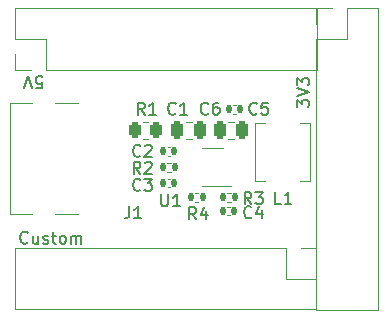
<source format=gbr>
%TF.GenerationSoftware,KiCad,Pcbnew,7.0.6*%
%TF.CreationDate,2023-09-22T01:58:40+08:00*%
%TF.ProjectId,power_ex_board,706f7765-725f-4657-985f-626f6172642e,rev?*%
%TF.SameCoordinates,Original*%
%TF.FileFunction,Legend,Top*%
%TF.FilePolarity,Positive*%
%FSLAX46Y46*%
G04 Gerber Fmt 4.6, Leading zero omitted, Abs format (unit mm)*
G04 Created by KiCad (PCBNEW 7.0.6) date 2023-09-22 01:58:40*
%MOMM*%
%LPD*%
G01*
G04 APERTURE LIST*
G04 Aperture macros list*
%AMRoundRect*
0 Rectangle with rounded corners*
0 $1 Rounding radius*
0 $2 $3 $4 $5 $6 $7 $8 $9 X,Y pos of 4 corners*
0 Add a 4 corners polygon primitive as box body*
4,1,4,$2,$3,$4,$5,$6,$7,$8,$9,$2,$3,0*
0 Add four circle primitives for the rounded corners*
1,1,$1+$1,$2,$3*
1,1,$1+$1,$4,$5*
1,1,$1+$1,$6,$7*
1,1,$1+$1,$8,$9*
0 Add four rect primitives between the rounded corners*
20,1,$1+$1,$2,$3,$4,$5,0*
20,1,$1+$1,$4,$5,$6,$7,0*
20,1,$1+$1,$6,$7,$8,$9,0*
20,1,$1+$1,$8,$9,$2,$3,0*%
G04 Aperture macros list end*
%ADD10C,0.152400*%
%ADD11C,0.120000*%
%ADD12R,1.700000X1.700000*%
%ADD13O,1.700000X1.700000*%
%ADD14RoundRect,0.250000X0.250000X0.475000X-0.250000X0.475000X-0.250000X-0.475000X0.250000X-0.475000X0*%
%ADD15RoundRect,0.135000X0.135000X0.185000X-0.135000X0.185000X-0.135000X-0.185000X0.135000X-0.185000X0*%
%ADD16RoundRect,0.250000X-0.262500X-0.450000X0.262500X-0.450000X0.262500X0.450000X-0.262500X0.450000X0*%
%ADD17RoundRect,0.135000X-0.135000X-0.185000X0.135000X-0.185000X0.135000X0.185000X-0.135000X0.185000X0*%
%ADD18RoundRect,0.140000X0.140000X0.170000X-0.140000X0.170000X-0.140000X-0.170000X0.140000X-0.170000X0*%
%ADD19RoundRect,0.250000X-0.250000X-0.475000X0.250000X-0.475000X0.250000X0.475000X-0.250000X0.475000X0*%
%ADD20C,0.650000*%
%ADD21R,1.450000X0.600000*%
%ADD22R,1.450000X0.300000*%
%ADD23O,2.100000X1.000000*%
%ADD24O,1.600000X1.000000*%
%ADD25RoundRect,0.140000X-0.140000X-0.170000X0.140000X-0.170000X0.140000X0.170000X-0.140000X0.170000X0*%
%ADD26R,2.500000X1.500000*%
%ADD27R,1.560000X0.650000*%
G04 APERTURE END LIST*
D10*
X116159095Y-104585104D02*
X116159095Y-103956151D01*
X116159095Y-103956151D02*
X116546143Y-104294818D01*
X116546143Y-104294818D02*
X116546143Y-104149675D01*
X116546143Y-104149675D02*
X116594524Y-104052913D01*
X116594524Y-104052913D02*
X116642905Y-104004532D01*
X116642905Y-104004532D02*
X116739667Y-103956151D01*
X116739667Y-103956151D02*
X116981572Y-103956151D01*
X116981572Y-103956151D02*
X117078334Y-104004532D01*
X117078334Y-104004532D02*
X117126715Y-104052913D01*
X117126715Y-104052913D02*
X117175095Y-104149675D01*
X117175095Y-104149675D02*
X117175095Y-104439961D01*
X117175095Y-104439961D02*
X117126715Y-104536723D01*
X117126715Y-104536723D02*
X117078334Y-104585104D01*
X116159095Y-103665866D02*
X117175095Y-103327199D01*
X117175095Y-103327199D02*
X116159095Y-102988532D01*
X116159095Y-102746628D02*
X116159095Y-102117675D01*
X116159095Y-102117675D02*
X116546143Y-102456342D01*
X116546143Y-102456342D02*
X116546143Y-102311199D01*
X116546143Y-102311199D02*
X116594524Y-102214437D01*
X116594524Y-102214437D02*
X116642905Y-102166056D01*
X116642905Y-102166056D02*
X116739667Y-102117675D01*
X116739667Y-102117675D02*
X116981572Y-102117675D01*
X116981572Y-102117675D02*
X117078334Y-102166056D01*
X117078334Y-102166056D02*
X117126715Y-102214437D01*
X117126715Y-102214437D02*
X117175095Y-102311199D01*
X117175095Y-102311199D02*
X117175095Y-102601485D01*
X117175095Y-102601485D02*
X117126715Y-102698247D01*
X117126715Y-102698247D02*
X117078334Y-102746628D01*
X108644267Y-105114934D02*
X108595886Y-105163315D01*
X108595886Y-105163315D02*
X108450743Y-105211695D01*
X108450743Y-105211695D02*
X108353981Y-105211695D01*
X108353981Y-105211695D02*
X108208838Y-105163315D01*
X108208838Y-105163315D02*
X108112076Y-105066553D01*
X108112076Y-105066553D02*
X108063695Y-104969791D01*
X108063695Y-104969791D02*
X108015314Y-104776267D01*
X108015314Y-104776267D02*
X108015314Y-104631124D01*
X108015314Y-104631124D02*
X108063695Y-104437600D01*
X108063695Y-104437600D02*
X108112076Y-104340838D01*
X108112076Y-104340838D02*
X108208838Y-104244076D01*
X108208838Y-104244076D02*
X108353981Y-104195695D01*
X108353981Y-104195695D02*
X108450743Y-104195695D01*
X108450743Y-104195695D02*
X108595886Y-104244076D01*
X108595886Y-104244076D02*
X108644267Y-104292457D01*
X109515124Y-104195695D02*
X109321600Y-104195695D01*
X109321600Y-104195695D02*
X109224838Y-104244076D01*
X109224838Y-104244076D02*
X109176457Y-104292457D01*
X109176457Y-104292457D02*
X109079695Y-104437600D01*
X109079695Y-104437600D02*
X109031314Y-104631124D01*
X109031314Y-104631124D02*
X109031314Y-105018172D01*
X109031314Y-105018172D02*
X109079695Y-105114934D01*
X109079695Y-105114934D02*
X109128076Y-105163315D01*
X109128076Y-105163315D02*
X109224838Y-105211695D01*
X109224838Y-105211695D02*
X109418362Y-105211695D01*
X109418362Y-105211695D02*
X109515124Y-105163315D01*
X109515124Y-105163315D02*
X109563505Y-105114934D01*
X109563505Y-105114934D02*
X109611886Y-105018172D01*
X109611886Y-105018172D02*
X109611886Y-104776267D01*
X109611886Y-104776267D02*
X109563505Y-104679505D01*
X109563505Y-104679505D02*
X109515124Y-104631124D01*
X109515124Y-104631124D02*
X109418362Y-104582743D01*
X109418362Y-104582743D02*
X109224838Y-104582743D01*
X109224838Y-104582743D02*
X109128076Y-104631124D01*
X109128076Y-104631124D02*
X109079695Y-104679505D01*
X109079695Y-104679505D02*
X109031314Y-104776267D01*
X107628267Y-114076295D02*
X107289600Y-113592486D01*
X107047695Y-114076295D02*
X107047695Y-113060295D01*
X107047695Y-113060295D02*
X107434743Y-113060295D01*
X107434743Y-113060295D02*
X107531505Y-113108676D01*
X107531505Y-113108676D02*
X107579886Y-113157057D01*
X107579886Y-113157057D02*
X107628267Y-113253819D01*
X107628267Y-113253819D02*
X107628267Y-113398962D01*
X107628267Y-113398962D02*
X107579886Y-113495724D01*
X107579886Y-113495724D02*
X107531505Y-113544105D01*
X107531505Y-113544105D02*
X107434743Y-113592486D01*
X107434743Y-113592486D02*
X107047695Y-113592486D01*
X108499124Y-113398962D02*
X108499124Y-114076295D01*
X108257219Y-113011915D02*
X108015314Y-113737629D01*
X108015314Y-113737629D02*
X108644267Y-113737629D01*
X103259467Y-105211695D02*
X102920800Y-104727886D01*
X102678895Y-105211695D02*
X102678895Y-104195695D01*
X102678895Y-104195695D02*
X103065943Y-104195695D01*
X103065943Y-104195695D02*
X103162705Y-104244076D01*
X103162705Y-104244076D02*
X103211086Y-104292457D01*
X103211086Y-104292457D02*
X103259467Y-104389219D01*
X103259467Y-104389219D02*
X103259467Y-104534362D01*
X103259467Y-104534362D02*
X103211086Y-104631124D01*
X103211086Y-104631124D02*
X103162705Y-104679505D01*
X103162705Y-104679505D02*
X103065943Y-104727886D01*
X103065943Y-104727886D02*
X102678895Y-104727886D01*
X104227086Y-105211695D02*
X103646514Y-105211695D01*
X103936800Y-105211695D02*
X103936800Y-104195695D01*
X103936800Y-104195695D02*
X103840038Y-104340838D01*
X103840038Y-104340838D02*
X103743276Y-104437600D01*
X103743276Y-104437600D02*
X103646514Y-104485981D01*
X102903867Y-110228195D02*
X102565200Y-109744386D01*
X102323295Y-110228195D02*
X102323295Y-109212195D01*
X102323295Y-109212195D02*
X102710343Y-109212195D01*
X102710343Y-109212195D02*
X102807105Y-109260576D01*
X102807105Y-109260576D02*
X102855486Y-109308957D01*
X102855486Y-109308957D02*
X102903867Y-109405719D01*
X102903867Y-109405719D02*
X102903867Y-109550862D01*
X102903867Y-109550862D02*
X102855486Y-109647624D01*
X102855486Y-109647624D02*
X102807105Y-109696005D01*
X102807105Y-109696005D02*
X102710343Y-109744386D01*
X102710343Y-109744386D02*
X102323295Y-109744386D01*
X103290914Y-109308957D02*
X103339295Y-109260576D01*
X103339295Y-109260576D02*
X103436057Y-109212195D01*
X103436057Y-109212195D02*
X103677962Y-109212195D01*
X103677962Y-109212195D02*
X103774724Y-109260576D01*
X103774724Y-109260576D02*
X103823105Y-109308957D01*
X103823105Y-109308957D02*
X103871486Y-109405719D01*
X103871486Y-109405719D02*
X103871486Y-109502481D01*
X103871486Y-109502481D02*
X103823105Y-109647624D01*
X103823105Y-109647624D02*
X103242533Y-110228195D01*
X103242533Y-110228195D02*
X103871486Y-110228195D01*
X112759067Y-105114934D02*
X112710686Y-105163315D01*
X112710686Y-105163315D02*
X112565543Y-105211695D01*
X112565543Y-105211695D02*
X112468781Y-105211695D01*
X112468781Y-105211695D02*
X112323638Y-105163315D01*
X112323638Y-105163315D02*
X112226876Y-105066553D01*
X112226876Y-105066553D02*
X112178495Y-104969791D01*
X112178495Y-104969791D02*
X112130114Y-104776267D01*
X112130114Y-104776267D02*
X112130114Y-104631124D01*
X112130114Y-104631124D02*
X112178495Y-104437600D01*
X112178495Y-104437600D02*
X112226876Y-104340838D01*
X112226876Y-104340838D02*
X112323638Y-104244076D01*
X112323638Y-104244076D02*
X112468781Y-104195695D01*
X112468781Y-104195695D02*
X112565543Y-104195695D01*
X112565543Y-104195695D02*
X112710686Y-104244076D01*
X112710686Y-104244076D02*
X112759067Y-104292457D01*
X113678305Y-104195695D02*
X113194495Y-104195695D01*
X113194495Y-104195695D02*
X113146114Y-104679505D01*
X113146114Y-104679505D02*
X113194495Y-104631124D01*
X113194495Y-104631124D02*
X113291257Y-104582743D01*
X113291257Y-104582743D02*
X113533162Y-104582743D01*
X113533162Y-104582743D02*
X113629924Y-104631124D01*
X113629924Y-104631124D02*
X113678305Y-104679505D01*
X113678305Y-104679505D02*
X113726686Y-104776267D01*
X113726686Y-104776267D02*
X113726686Y-105018172D01*
X113726686Y-105018172D02*
X113678305Y-105114934D01*
X113678305Y-105114934D02*
X113629924Y-105163315D01*
X113629924Y-105163315D02*
X113533162Y-105211695D01*
X113533162Y-105211695D02*
X113291257Y-105211695D01*
X113291257Y-105211695D02*
X113194495Y-105163315D01*
X113194495Y-105163315D02*
X113146114Y-105114934D01*
X93367981Y-116036934D02*
X93319600Y-116085315D01*
X93319600Y-116085315D02*
X93174457Y-116133695D01*
X93174457Y-116133695D02*
X93077695Y-116133695D01*
X93077695Y-116133695D02*
X92932552Y-116085315D01*
X92932552Y-116085315D02*
X92835790Y-115988553D01*
X92835790Y-115988553D02*
X92787409Y-115891791D01*
X92787409Y-115891791D02*
X92739028Y-115698267D01*
X92739028Y-115698267D02*
X92739028Y-115553124D01*
X92739028Y-115553124D02*
X92787409Y-115359600D01*
X92787409Y-115359600D02*
X92835790Y-115262838D01*
X92835790Y-115262838D02*
X92932552Y-115166076D01*
X92932552Y-115166076D02*
X93077695Y-115117695D01*
X93077695Y-115117695D02*
X93174457Y-115117695D01*
X93174457Y-115117695D02*
X93319600Y-115166076D01*
X93319600Y-115166076D02*
X93367981Y-115214457D01*
X94238838Y-115456362D02*
X94238838Y-116133695D01*
X93803409Y-115456362D02*
X93803409Y-115988553D01*
X93803409Y-115988553D02*
X93851790Y-116085315D01*
X93851790Y-116085315D02*
X93948552Y-116133695D01*
X93948552Y-116133695D02*
X94093695Y-116133695D01*
X94093695Y-116133695D02*
X94190457Y-116085315D01*
X94190457Y-116085315D02*
X94238838Y-116036934D01*
X94674266Y-116085315D02*
X94771028Y-116133695D01*
X94771028Y-116133695D02*
X94964552Y-116133695D01*
X94964552Y-116133695D02*
X95061314Y-116085315D01*
X95061314Y-116085315D02*
X95109695Y-115988553D01*
X95109695Y-115988553D02*
X95109695Y-115940172D01*
X95109695Y-115940172D02*
X95061314Y-115843410D01*
X95061314Y-115843410D02*
X94964552Y-115795029D01*
X94964552Y-115795029D02*
X94819409Y-115795029D01*
X94819409Y-115795029D02*
X94722647Y-115746648D01*
X94722647Y-115746648D02*
X94674266Y-115649886D01*
X94674266Y-115649886D02*
X94674266Y-115601505D01*
X94674266Y-115601505D02*
X94722647Y-115504743D01*
X94722647Y-115504743D02*
X94819409Y-115456362D01*
X94819409Y-115456362D02*
X94964552Y-115456362D01*
X94964552Y-115456362D02*
X95061314Y-115504743D01*
X95399980Y-115456362D02*
X95787028Y-115456362D01*
X95545123Y-115117695D02*
X95545123Y-115988553D01*
X95545123Y-115988553D02*
X95593504Y-116085315D01*
X95593504Y-116085315D02*
X95690266Y-116133695D01*
X95690266Y-116133695D02*
X95787028Y-116133695D01*
X96270837Y-116133695D02*
X96174075Y-116085315D01*
X96174075Y-116085315D02*
X96125694Y-116036934D01*
X96125694Y-116036934D02*
X96077313Y-115940172D01*
X96077313Y-115940172D02*
X96077313Y-115649886D01*
X96077313Y-115649886D02*
X96125694Y-115553124D01*
X96125694Y-115553124D02*
X96174075Y-115504743D01*
X96174075Y-115504743D02*
X96270837Y-115456362D01*
X96270837Y-115456362D02*
X96415980Y-115456362D01*
X96415980Y-115456362D02*
X96512742Y-115504743D01*
X96512742Y-115504743D02*
X96561123Y-115553124D01*
X96561123Y-115553124D02*
X96609504Y-115649886D01*
X96609504Y-115649886D02*
X96609504Y-115940172D01*
X96609504Y-115940172D02*
X96561123Y-116036934D01*
X96561123Y-116036934D02*
X96512742Y-116085315D01*
X96512742Y-116085315D02*
X96415980Y-116133695D01*
X96415980Y-116133695D02*
X96270837Y-116133695D01*
X97044932Y-116133695D02*
X97044932Y-115456362D01*
X97044932Y-115553124D02*
X97093313Y-115504743D01*
X97093313Y-115504743D02*
X97190075Y-115456362D01*
X97190075Y-115456362D02*
X97335218Y-115456362D01*
X97335218Y-115456362D02*
X97431980Y-115504743D01*
X97431980Y-115504743D02*
X97480361Y-115601505D01*
X97480361Y-115601505D02*
X97480361Y-116133695D01*
X97480361Y-115601505D02*
X97528742Y-115504743D01*
X97528742Y-115504743D02*
X97625504Y-115456362D01*
X97625504Y-115456362D02*
X97770647Y-115456362D01*
X97770647Y-115456362D02*
X97867408Y-115504743D01*
X97867408Y-115504743D02*
X97915789Y-115601505D01*
X97915789Y-115601505D02*
X97915789Y-116133695D01*
X112301867Y-113877934D02*
X112253486Y-113926315D01*
X112253486Y-113926315D02*
X112108343Y-113974695D01*
X112108343Y-113974695D02*
X112011581Y-113974695D01*
X112011581Y-113974695D02*
X111866438Y-113926315D01*
X111866438Y-113926315D02*
X111769676Y-113829553D01*
X111769676Y-113829553D02*
X111721295Y-113732791D01*
X111721295Y-113732791D02*
X111672914Y-113539267D01*
X111672914Y-113539267D02*
X111672914Y-113394124D01*
X111672914Y-113394124D02*
X111721295Y-113200600D01*
X111721295Y-113200600D02*
X111769676Y-113103838D01*
X111769676Y-113103838D02*
X111866438Y-113007076D01*
X111866438Y-113007076D02*
X112011581Y-112958695D01*
X112011581Y-112958695D02*
X112108343Y-112958695D01*
X112108343Y-112958695D02*
X112253486Y-113007076D01*
X112253486Y-113007076D02*
X112301867Y-113055457D01*
X113172724Y-113297362D02*
X113172724Y-113974695D01*
X112930819Y-112910315D02*
X112688914Y-113636029D01*
X112688914Y-113636029D02*
X113317867Y-113636029D01*
X102903867Y-108696334D02*
X102855486Y-108744715D01*
X102855486Y-108744715D02*
X102710343Y-108793095D01*
X102710343Y-108793095D02*
X102613581Y-108793095D01*
X102613581Y-108793095D02*
X102468438Y-108744715D01*
X102468438Y-108744715D02*
X102371676Y-108647953D01*
X102371676Y-108647953D02*
X102323295Y-108551191D01*
X102323295Y-108551191D02*
X102274914Y-108357667D01*
X102274914Y-108357667D02*
X102274914Y-108212524D01*
X102274914Y-108212524D02*
X102323295Y-108019000D01*
X102323295Y-108019000D02*
X102371676Y-107922238D01*
X102371676Y-107922238D02*
X102468438Y-107825476D01*
X102468438Y-107825476D02*
X102613581Y-107777095D01*
X102613581Y-107777095D02*
X102710343Y-107777095D01*
X102710343Y-107777095D02*
X102855486Y-107825476D01*
X102855486Y-107825476D02*
X102903867Y-107873857D01*
X103290914Y-107873857D02*
X103339295Y-107825476D01*
X103339295Y-107825476D02*
X103436057Y-107777095D01*
X103436057Y-107777095D02*
X103677962Y-107777095D01*
X103677962Y-107777095D02*
X103774724Y-107825476D01*
X103774724Y-107825476D02*
X103823105Y-107873857D01*
X103823105Y-107873857D02*
X103871486Y-107970619D01*
X103871486Y-107970619D02*
X103871486Y-108067381D01*
X103871486Y-108067381D02*
X103823105Y-108212524D01*
X103823105Y-108212524D02*
X103242533Y-108793095D01*
X103242533Y-108793095D02*
X103871486Y-108793095D01*
X94071923Y-102966704D02*
X94555733Y-102966704D01*
X94555733Y-102966704D02*
X94604114Y-102482894D01*
X94604114Y-102482894D02*
X94555733Y-102531275D01*
X94555733Y-102531275D02*
X94458971Y-102579656D01*
X94458971Y-102579656D02*
X94217066Y-102579656D01*
X94217066Y-102579656D02*
X94120304Y-102531275D01*
X94120304Y-102531275D02*
X94071923Y-102482894D01*
X94071923Y-102482894D02*
X94023542Y-102386132D01*
X94023542Y-102386132D02*
X94023542Y-102144227D01*
X94023542Y-102144227D02*
X94071923Y-102047465D01*
X94071923Y-102047465D02*
X94120304Y-101999085D01*
X94120304Y-101999085D02*
X94217066Y-101950704D01*
X94217066Y-101950704D02*
X94458971Y-101950704D01*
X94458971Y-101950704D02*
X94555733Y-101999085D01*
X94555733Y-101999085D02*
X94604114Y-102047465D01*
X93733257Y-102966704D02*
X93394590Y-101950704D01*
X93394590Y-101950704D02*
X93055923Y-102966704D01*
X112301867Y-112780895D02*
X111963200Y-112297086D01*
X111721295Y-112780895D02*
X111721295Y-111764895D01*
X111721295Y-111764895D02*
X112108343Y-111764895D01*
X112108343Y-111764895D02*
X112205105Y-111813276D01*
X112205105Y-111813276D02*
X112253486Y-111861657D01*
X112253486Y-111861657D02*
X112301867Y-111958419D01*
X112301867Y-111958419D02*
X112301867Y-112103562D01*
X112301867Y-112103562D02*
X112253486Y-112200324D01*
X112253486Y-112200324D02*
X112205105Y-112248705D01*
X112205105Y-112248705D02*
X112108343Y-112297086D01*
X112108343Y-112297086D02*
X111721295Y-112297086D01*
X112640533Y-111764895D02*
X113269486Y-111764895D01*
X113269486Y-111764895D02*
X112930819Y-112151943D01*
X112930819Y-112151943D02*
X113075962Y-112151943D01*
X113075962Y-112151943D02*
X113172724Y-112200324D01*
X113172724Y-112200324D02*
X113221105Y-112248705D01*
X113221105Y-112248705D02*
X113269486Y-112345467D01*
X113269486Y-112345467D02*
X113269486Y-112587372D01*
X113269486Y-112587372D02*
X113221105Y-112684134D01*
X113221105Y-112684134D02*
X113172724Y-112732515D01*
X113172724Y-112732515D02*
X113075962Y-112780895D01*
X113075962Y-112780895D02*
X112785676Y-112780895D01*
X112785676Y-112780895D02*
X112688914Y-112732515D01*
X112688914Y-112732515D02*
X112640533Y-112684134D01*
X105875667Y-105114934D02*
X105827286Y-105163315D01*
X105827286Y-105163315D02*
X105682143Y-105211695D01*
X105682143Y-105211695D02*
X105585381Y-105211695D01*
X105585381Y-105211695D02*
X105440238Y-105163315D01*
X105440238Y-105163315D02*
X105343476Y-105066553D01*
X105343476Y-105066553D02*
X105295095Y-104969791D01*
X105295095Y-104969791D02*
X105246714Y-104776267D01*
X105246714Y-104776267D02*
X105246714Y-104631124D01*
X105246714Y-104631124D02*
X105295095Y-104437600D01*
X105295095Y-104437600D02*
X105343476Y-104340838D01*
X105343476Y-104340838D02*
X105440238Y-104244076D01*
X105440238Y-104244076D02*
X105585381Y-104195695D01*
X105585381Y-104195695D02*
X105682143Y-104195695D01*
X105682143Y-104195695D02*
X105827286Y-104244076D01*
X105827286Y-104244076D02*
X105875667Y-104292457D01*
X106843286Y-105211695D02*
X106262714Y-105211695D01*
X106553000Y-105211695D02*
X106553000Y-104195695D01*
X106553000Y-104195695D02*
X106456238Y-104340838D01*
X106456238Y-104340838D02*
X106359476Y-104437600D01*
X106359476Y-104437600D02*
X106262714Y-104485981D01*
X101947133Y-112984095D02*
X101947133Y-113709810D01*
X101947133Y-113709810D02*
X101898752Y-113854953D01*
X101898752Y-113854953D02*
X101801990Y-113951715D01*
X101801990Y-113951715D02*
X101656847Y-114000095D01*
X101656847Y-114000095D02*
X101560085Y-114000095D01*
X102963133Y-114000095D02*
X102382561Y-114000095D01*
X102672847Y-114000095D02*
X102672847Y-112984095D01*
X102672847Y-112984095D02*
X102576085Y-113129238D01*
X102576085Y-113129238D02*
X102479323Y-113226000D01*
X102479323Y-113226000D02*
X102382561Y-113274381D01*
X102903867Y-111566534D02*
X102855486Y-111614915D01*
X102855486Y-111614915D02*
X102710343Y-111663295D01*
X102710343Y-111663295D02*
X102613581Y-111663295D01*
X102613581Y-111663295D02*
X102468438Y-111614915D01*
X102468438Y-111614915D02*
X102371676Y-111518153D01*
X102371676Y-111518153D02*
X102323295Y-111421391D01*
X102323295Y-111421391D02*
X102274914Y-111227867D01*
X102274914Y-111227867D02*
X102274914Y-111082724D01*
X102274914Y-111082724D02*
X102323295Y-110889200D01*
X102323295Y-110889200D02*
X102371676Y-110792438D01*
X102371676Y-110792438D02*
X102468438Y-110695676D01*
X102468438Y-110695676D02*
X102613581Y-110647295D01*
X102613581Y-110647295D02*
X102710343Y-110647295D01*
X102710343Y-110647295D02*
X102855486Y-110695676D01*
X102855486Y-110695676D02*
X102903867Y-110744057D01*
X103242533Y-110647295D02*
X103871486Y-110647295D01*
X103871486Y-110647295D02*
X103532819Y-111034343D01*
X103532819Y-111034343D02*
X103677962Y-111034343D01*
X103677962Y-111034343D02*
X103774724Y-111082724D01*
X103774724Y-111082724D02*
X103823105Y-111131105D01*
X103823105Y-111131105D02*
X103871486Y-111227867D01*
X103871486Y-111227867D02*
X103871486Y-111469772D01*
X103871486Y-111469772D02*
X103823105Y-111566534D01*
X103823105Y-111566534D02*
X103774724Y-111614915D01*
X103774724Y-111614915D02*
X103677962Y-111663295D01*
X103677962Y-111663295D02*
X103387676Y-111663295D01*
X103387676Y-111663295D02*
X103290914Y-111614915D01*
X103290914Y-111614915D02*
X103242533Y-111566534D01*
X114816467Y-112780895D02*
X114332657Y-112780895D01*
X114332657Y-112780895D02*
X114332657Y-111764895D01*
X115687324Y-112780895D02*
X115106752Y-112780895D01*
X115397038Y-112780895D02*
X115397038Y-111764895D01*
X115397038Y-111764895D02*
X115300276Y-111910038D01*
X115300276Y-111910038D02*
X115203514Y-112006800D01*
X115203514Y-112006800D02*
X115106752Y-112055181D01*
X104661304Y-111942695D02*
X104661304Y-112765172D01*
X104661304Y-112765172D02*
X104709685Y-112861934D01*
X104709685Y-112861934D02*
X104758066Y-112910315D01*
X104758066Y-112910315D02*
X104854828Y-112958695D01*
X104854828Y-112958695D02*
X105048352Y-112958695D01*
X105048352Y-112958695D02*
X105145114Y-112910315D01*
X105145114Y-112910315D02*
X105193495Y-112861934D01*
X105193495Y-112861934D02*
X105241876Y-112765172D01*
X105241876Y-112765172D02*
X105241876Y-111942695D01*
X106257876Y-112958695D02*
X105677304Y-112958695D01*
X105967590Y-112958695D02*
X105967590Y-111942695D01*
X105967590Y-111942695D02*
X105870828Y-112087838D01*
X105870828Y-112087838D02*
X105774066Y-112184600D01*
X105774066Y-112184600D02*
X105677304Y-112232981D01*
D11*
%TO.C,3V3*%
X117791000Y-96211000D02*
X119121000Y-96211000D01*
X117791000Y-97541000D02*
X117791000Y-96211000D01*
X117791000Y-98811000D02*
X117791000Y-121731000D01*
X117791000Y-98811000D02*
X120391000Y-98811000D01*
X117791000Y-121731000D02*
X122991000Y-121731000D01*
X120391000Y-96211000D02*
X122991000Y-96211000D01*
X120391000Y-98811000D02*
X120391000Y-96211000D01*
X122991000Y-96211000D02*
X122991000Y-121731000D01*
%TO.C,C6*%
X110854052Y-107271400D02*
X110331548Y-107271400D01*
X110854052Y-105801400D02*
X110331548Y-105801400D01*
%TO.C,R4*%
X107817841Y-112601400D02*
X107510559Y-112601400D01*
X107817841Y-111841400D02*
X107510559Y-111841400D01*
%TO.C,R1*%
X103126736Y-105801400D02*
X103580864Y-105801400D01*
X103126736Y-107271400D02*
X103580864Y-107271400D01*
%TO.C,R2*%
X105173359Y-109291200D02*
X105480641Y-109291200D01*
X105173359Y-110051200D02*
X105480641Y-110051200D01*
%TO.C,C5*%
X111000236Y-105139200D02*
X110784564Y-105139200D01*
X111000236Y-104419200D02*
X110784564Y-104419200D01*
%TO.C,Custom*%
X117804400Y-116511000D02*
X117804400Y-117841000D01*
X116474400Y-116511000D02*
X117804400Y-116511000D01*
X115204400Y-116511000D02*
X92284400Y-116511000D01*
X115204400Y-116511000D02*
X115204400Y-119111000D01*
X92284400Y-116511000D02*
X92284400Y-121711000D01*
X117804400Y-119111000D02*
X117804400Y-121711000D01*
X115204400Y-119111000D02*
X117804400Y-119111000D01*
X117804400Y-121711000D02*
X92284400Y-121711000D01*
%TO.C,C4*%
X110477436Y-113724400D02*
X110261764Y-113724400D01*
X110477436Y-113004400D02*
X110261764Y-113004400D01*
%TO.C,C2*%
X105414836Y-108691200D02*
X105199164Y-108691200D01*
X105414836Y-107971200D02*
X105199164Y-107971200D01*
%TO.C,5V*%
X92294400Y-101421000D02*
X92294400Y-100091000D01*
X93624400Y-101421000D02*
X92294400Y-101421000D01*
X94894400Y-101421000D02*
X117814400Y-101421000D01*
X94894400Y-101421000D02*
X94894400Y-98821000D01*
X117814400Y-101421000D02*
X117814400Y-96221000D01*
X92294400Y-98821000D02*
X92294400Y-96221000D01*
X94894400Y-98821000D02*
X92294400Y-98821000D01*
X92294400Y-96221000D02*
X117814400Y-96221000D01*
%TO.C,R3*%
X110543241Y-112601400D02*
X110235959Y-112601400D01*
X110543241Y-111841400D02*
X110235959Y-111841400D01*
%TO.C,C1*%
X106724748Y-105801400D02*
X107247252Y-105801400D01*
X106724748Y-107271400D02*
X107247252Y-107271400D01*
%TO.C,J1*%
X97658000Y-104266000D02*
X95658000Y-104266000D01*
X93758000Y-104266000D02*
X91858000Y-104266000D01*
X91858000Y-104266000D02*
X91858000Y-113666000D01*
X97658000Y-113666000D02*
X95658000Y-113666000D01*
X93758000Y-113666000D02*
X91858000Y-113666000D01*
%TO.C,C3*%
X105199164Y-110651200D02*
X105414836Y-110651200D01*
X105199164Y-111371200D02*
X105414836Y-111371200D01*
%TO.C,L1*%
X112575000Y-110871400D02*
X113425000Y-110871400D01*
X112575000Y-110871400D02*
X112575000Y-105951400D01*
X117295000Y-110871400D02*
X116445000Y-110871400D01*
X117295000Y-110871400D02*
X117295000Y-105951400D01*
X112575000Y-105951400D02*
X113425000Y-105951400D01*
X117295000Y-105951400D02*
X116445000Y-105951400D01*
%TO.C,U1*%
X109914200Y-108061200D02*
X108114200Y-108061200D01*
X108114200Y-111281200D02*
X110564200Y-111281200D01*
%TD*%
%LPC*%
D12*
%TO.C,3V3*%
X119121000Y-97541000D03*
D13*
X121661000Y-97541000D03*
X119121000Y-100081000D03*
X121661000Y-100081000D03*
X119121000Y-102621000D03*
X121661000Y-102621000D03*
X119121000Y-105161000D03*
X121661000Y-105161000D03*
X119121000Y-107701000D03*
X121661000Y-107701000D03*
X119121000Y-110241000D03*
X121661000Y-110241000D03*
X119121000Y-112781000D03*
X121661000Y-112781000D03*
X119121000Y-115321000D03*
X121661000Y-115321000D03*
X119121000Y-117861000D03*
X121661000Y-117861000D03*
X119121000Y-120401000D03*
X121661000Y-120401000D03*
%TD*%
D14*
%TO.C,C6*%
X111542800Y-106536400D03*
X109642800Y-106536400D03*
%TD*%
D15*
%TO.C,R4*%
X108174200Y-112221400D03*
X107154200Y-112221400D03*
%TD*%
D16*
%TO.C,R1*%
X102441300Y-106536400D03*
X104266300Y-106536400D03*
%TD*%
D17*
%TO.C,R2*%
X104817000Y-109671200D03*
X105837000Y-109671200D03*
%TD*%
D18*
%TO.C,C5*%
X111372400Y-104779200D03*
X110412400Y-104779200D03*
%TD*%
D12*
%TO.C,Custom*%
X116474400Y-117841000D03*
D13*
X116474400Y-120381000D03*
X113934400Y-117841000D03*
X113934400Y-120381000D03*
X111394400Y-117841000D03*
X111394400Y-120381000D03*
X108854400Y-117841000D03*
X108854400Y-120381000D03*
X106314400Y-117841000D03*
X106314400Y-120381000D03*
X103774400Y-117841000D03*
X103774400Y-120381000D03*
X101234400Y-117841000D03*
X101234400Y-120381000D03*
X98694400Y-117841000D03*
X98694400Y-120381000D03*
X96154400Y-117841000D03*
X96154400Y-120381000D03*
X93614400Y-117841000D03*
X93614400Y-120381000D03*
%TD*%
D18*
%TO.C,C4*%
X110849600Y-113364400D03*
X109889600Y-113364400D03*
%TD*%
%TO.C,C2*%
X105787000Y-108331200D03*
X104827000Y-108331200D03*
%TD*%
D12*
%TO.C,5V*%
X93624400Y-100091000D03*
D13*
X93624400Y-97551000D03*
X96164400Y-100091000D03*
X96164400Y-97551000D03*
X98704400Y-100091000D03*
X98704400Y-97551000D03*
X101244400Y-100091000D03*
X101244400Y-97551000D03*
X103784400Y-100091000D03*
X103784400Y-97551000D03*
X106324400Y-100091000D03*
X106324400Y-97551000D03*
X108864400Y-100091000D03*
X108864400Y-97551000D03*
X111404400Y-100091000D03*
X111404400Y-97551000D03*
X113944400Y-100091000D03*
X113944400Y-97551000D03*
X116484400Y-100091000D03*
X116484400Y-97551000D03*
%TD*%
D15*
%TO.C,R3*%
X110899600Y-112221400D03*
X109879600Y-112221400D03*
%TD*%
D19*
%TO.C,C1*%
X106036000Y-106536400D03*
X107936000Y-106536400D03*
%TD*%
D20*
%TO.C,J1*%
X98358000Y-106076000D03*
X98358000Y-111856000D03*
D21*
X99803000Y-105716000D03*
X99803000Y-106516000D03*
D22*
X99803000Y-107716000D03*
X99803000Y-108716000D03*
X99803000Y-109216000D03*
X99803000Y-110216000D03*
D21*
X99803000Y-111416000D03*
X99803000Y-112216000D03*
X99803000Y-112216000D03*
X99803000Y-111416000D03*
D22*
X99803000Y-110716000D03*
X99803000Y-109716000D03*
X99803000Y-108216000D03*
X99803000Y-107216000D03*
D21*
X99803000Y-106516000D03*
X99803000Y-105716000D03*
D23*
X98888000Y-104646000D03*
D24*
X94708000Y-104646000D03*
D23*
X98888000Y-113286000D03*
D24*
X94708000Y-113286000D03*
%TD*%
D25*
%TO.C,C3*%
X104827000Y-111011200D03*
X105787000Y-111011200D03*
%TD*%
D26*
%TO.C,L1*%
X114935000Y-110261400D03*
X114935000Y-106561400D03*
%TD*%
D27*
%TO.C,U1*%
X110364200Y-110621200D03*
X110364200Y-109671200D03*
X110364200Y-108721200D03*
X107664200Y-108721200D03*
X107664200Y-110621200D03*
%TD*%
%LPD*%
M02*

</source>
